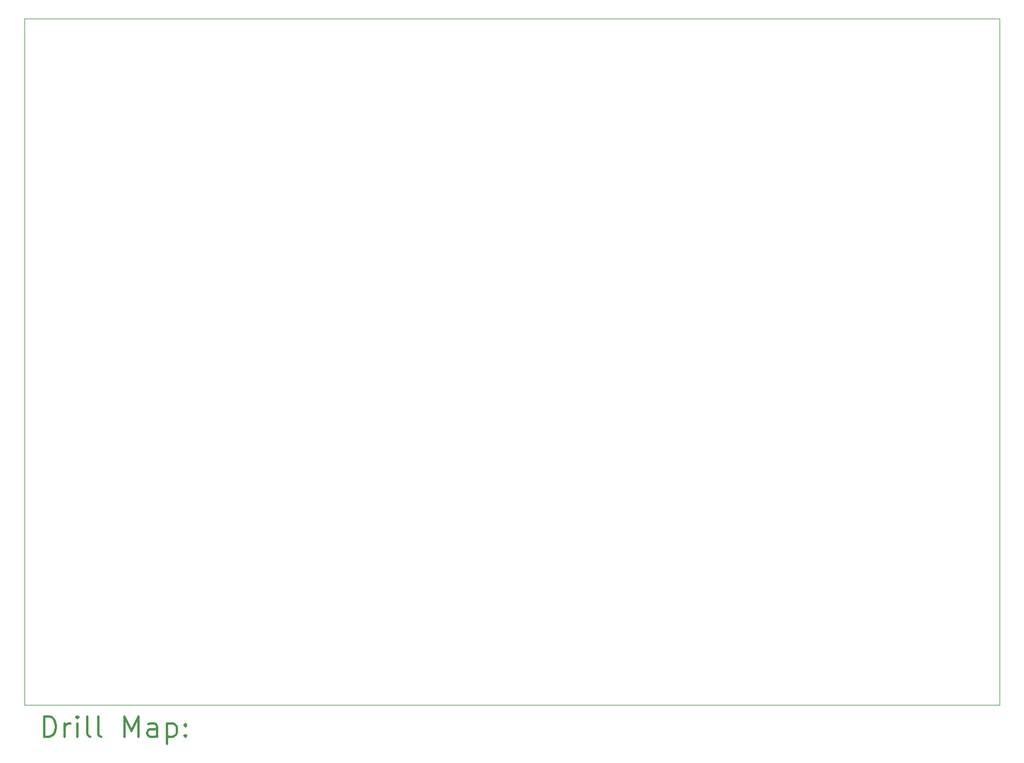
<source format=gbr>
%FSLAX45Y45*%
G04 Gerber Fmt 4.5, Leading zero omitted, Abs format (unit mm)*
G04 Created by KiCad (PCBNEW (5.1.9)-1) date 2021-07-22 20:14:04*
%MOMM*%
%LPD*%
G01*
G04 APERTURE LIST*
%TA.AperFunction,Profile*%
%ADD10C,0.050000*%
%TD*%
%ADD11C,0.200000*%
%ADD12C,0.300000*%
G04 APERTURE END LIST*
D10*
X3810000Y-3400000D02*
X18000000Y-3400000D01*
X18000000Y-13400000D02*
X18000000Y-3400000D01*
X3810000Y-13400000D02*
X18000000Y-13400000D01*
X3810000Y-3400000D02*
X3810000Y-13400000D01*
D11*
D12*
X4093928Y-13868214D02*
X4093928Y-13568214D01*
X4165357Y-13568214D01*
X4208214Y-13582500D01*
X4236786Y-13611071D01*
X4251071Y-13639643D01*
X4265357Y-13696786D01*
X4265357Y-13739643D01*
X4251071Y-13796786D01*
X4236786Y-13825357D01*
X4208214Y-13853929D01*
X4165357Y-13868214D01*
X4093928Y-13868214D01*
X4393928Y-13868214D02*
X4393928Y-13668214D01*
X4393928Y-13725357D02*
X4408214Y-13696786D01*
X4422500Y-13682500D01*
X4451071Y-13668214D01*
X4479643Y-13668214D01*
X4579643Y-13868214D02*
X4579643Y-13668214D01*
X4579643Y-13568214D02*
X4565357Y-13582500D01*
X4579643Y-13596786D01*
X4593928Y-13582500D01*
X4579643Y-13568214D01*
X4579643Y-13596786D01*
X4765357Y-13868214D02*
X4736786Y-13853929D01*
X4722500Y-13825357D01*
X4722500Y-13568214D01*
X4922500Y-13868214D02*
X4893928Y-13853929D01*
X4879643Y-13825357D01*
X4879643Y-13568214D01*
X5265357Y-13868214D02*
X5265357Y-13568214D01*
X5365357Y-13782500D01*
X5465357Y-13568214D01*
X5465357Y-13868214D01*
X5736786Y-13868214D02*
X5736786Y-13711071D01*
X5722500Y-13682500D01*
X5693928Y-13668214D01*
X5636786Y-13668214D01*
X5608214Y-13682500D01*
X5736786Y-13853929D02*
X5708214Y-13868214D01*
X5636786Y-13868214D01*
X5608214Y-13853929D01*
X5593928Y-13825357D01*
X5593928Y-13796786D01*
X5608214Y-13768214D01*
X5636786Y-13753929D01*
X5708214Y-13753929D01*
X5736786Y-13739643D01*
X5879643Y-13668214D02*
X5879643Y-13968214D01*
X5879643Y-13682500D02*
X5908214Y-13668214D01*
X5965357Y-13668214D01*
X5993928Y-13682500D01*
X6008214Y-13696786D01*
X6022500Y-13725357D01*
X6022500Y-13811071D01*
X6008214Y-13839643D01*
X5993928Y-13853929D01*
X5965357Y-13868214D01*
X5908214Y-13868214D01*
X5879643Y-13853929D01*
X6151071Y-13839643D02*
X6165357Y-13853929D01*
X6151071Y-13868214D01*
X6136786Y-13853929D01*
X6151071Y-13839643D01*
X6151071Y-13868214D01*
X6151071Y-13682500D02*
X6165357Y-13696786D01*
X6151071Y-13711071D01*
X6136786Y-13696786D01*
X6151071Y-13682500D01*
X6151071Y-13711071D01*
M02*

</source>
